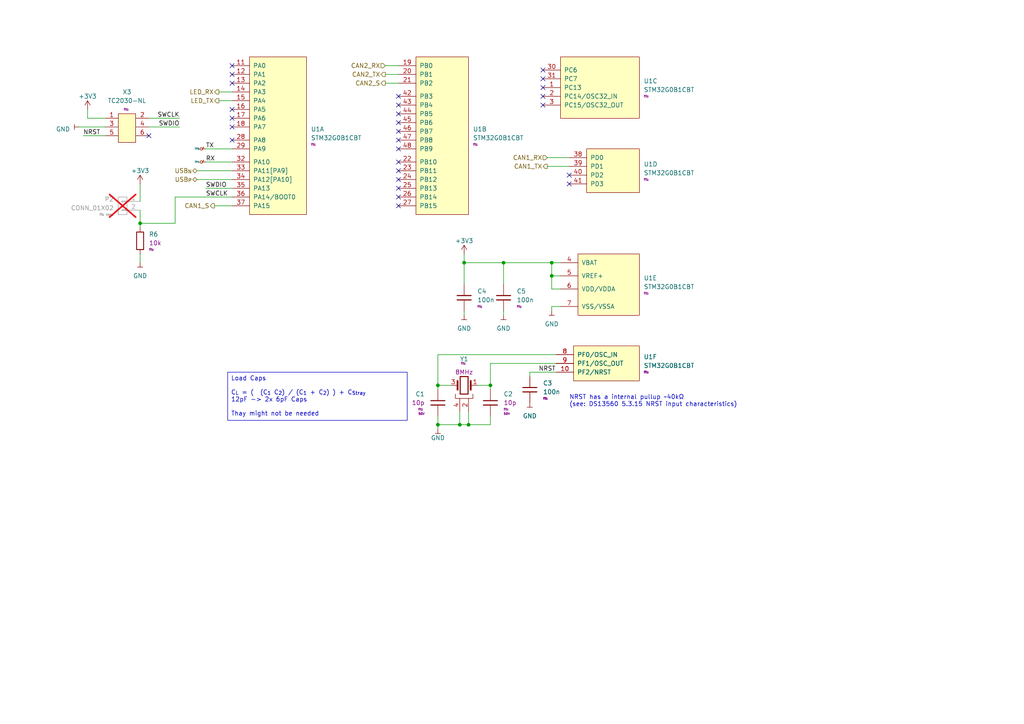
<source format=kicad_sch>
(kicad_sch (version 20250114) (generator "eeschema") (generator_version "9.0")
  (paper "A4")
  (title_block (title "MCU") (date "2023-06-16") (rev "R${release}") (company "${company}") (comment 1 "${release_state}") (comment 2 "${prefix}-S${type_number}-R${release}-V${sch_variant}-C${sch_ci}") (comment 3 "hardware/${prefix}-S${type_number}_${short_desciption}"))
  (lib_symbols
    (symbol "Cap_5Percent_E24_0603_C0G_50V_-40C-125C:6p2_0603_C0G_5%_50V_-40C..125C_Chip-Capacitor" (pin_numbers (hide yes)) (pin_names (offset 0.254))
      (property "Reference" "C" (at 0.635 2.54 0))
      (property "DisplayValue" "6p2" (at 0.635 -2.54 0))
      (property "Fit" "fit: " (at 7.62 -3.81 0))
      (property "CapRatedVoltage" "50V" (at 0 0 0))
      (symbol "6p2_0603_C0G_5%_50V_-40C..125C_Chip-Capacitor_0_1"
        (polyline (pts (xy -2.032 0.635) (xy 2.032 0.635)) (stroke (width 0.3048)))
        (polyline (pts (xy -2.032 -0.635) (xy 2.032 -0.635)) (stroke (width 0.3048)))
      )
      (symbol "6p2_0603_C0G_5%_50V_-40C..125C_Chip-Capacitor_1_1"
        (pin passive line (at 0 3.81 270) (length 3.2004) (name "~") (number "1"))
        (pin passive line (at 0 -3.81 90) (length 2.9972) (name "~") (number "2"))
      )
    )
    (symbol "Res_1Percent_E24_0603_100mW_-40C-90C:10k_0603_100mW_1%_E24_Chip-Resistor" (pin_numbers (hide yes)) (pin_names (offset 0))
      (property "Reference" "R" (at 2.032 0 90))
      (property "DisplayValue" "10k" (at -0.0254 -0.0508 90))
      (property "Fit" "fit: " (at 7.62 -3.81 0))
      (symbol "10k_0603_100mW_1%_E24_Chip-Resistor_0_1"
        (rectangle (start -1.016 -2.54) (end 1.016 2.54) (stroke (width 0.254)))
      )
      (symbol "10k_0603_100mW_1%_E24_Chip-Resistor_1_1"
        (pin passive line (at 0 3.81 270) (length 1.27) (name "~") (number "1"))
        (pin passive line (at 0 -3.81 90) (length 1.27) (name "~") (number "2"))
      )
    )
    (symbol "ST:STM32G0B1CBT" (pin_names (offset 1.016))
      (property "Reference" "U" (at 3.81 10.16 0))
      (property "Value" "STM32G0B1CBT" (at 0 -25.4 0))
      (property "Fit" "fit: " (at 6.35 10.16 0))
      (symbol "STM32G0B1CBT_1_1"
        (rectangle (start -8.89 24.13) (end 7.62 -21.59) (fill (type background)))
        (pin bidirectional line (at -13.97 21.59 0) (length 5.08) (name "PA0") (number "11"))
        (pin bidirectional line (at -13.97 19.05 0) (length 5.08) (name "PA1") (number "12"))
        (pin bidirectional line (at -13.97 16.51 0) (length 5.08) (name "PA2") (number "13"))
        (pin bidirectional line (at -13.97 13.97 0) (length 5.08) (name "PA3") (number "14"))
        (pin bidirectional line (at -13.97 11.43 0) (length 5.08) (name "PA4") (number "15"))
        (pin bidirectional line (at -13.97 8.89 0) (length 5.08) (name "PA5") (number "16"))
        (pin bidirectional line (at -13.97 6.35 0) (length 5.08) (name "PA6") (number "17"))
        (pin bidirectional line (at -13.97 3.81 0) (length 5.08) (name "PA7") (number "18"))
        (pin bidirectional line (at -13.97 0 0) (length 5.08) (name "PA8") (number "28"))
        (pin bidirectional line (at -13.97 -2.54 0) (length 5.08) (name "PA9") (number "29"))
        (pin bidirectional line (at -13.97 -6.35 0) (length 5.08) (name "PA10") (number "32"))
        (pin bidirectional line (at -13.97 -8.89 0) (length 5.08) (name "PA11[PA9]") (number "33"))
        (pin bidirectional line (at -13.97 -11.43 0) (length 5.08) (name "PA12[PA10]") (number "34"))
        (pin bidirectional line (at -13.97 -13.97 0) (length 5.08) (name "PA13") (number "35"))
        (pin bidirectional line (at -13.97 -16.51 0) (length 5.08) (name "PA14/BOOT0") (number "36"))
        (pin bidirectional line (at -13.97 -19.05 0) (length 5.08) (name "PA15") (number "37"))
      )
      (symbol "STM32G0B1CBT_2_1"
        (rectangle (start -7.62 22.86) (end 7.62 -22.86) (fill (type background)))
        (pin bidirectional line (at -12.7 20.32 0) (length 5.08) (name "PB0") (number "19"))
        (pin bidirectional line (at -12.7 17.78 0) (length 5.08) (name "PB1") (number "20"))
        (pin bidirectional line (at -12.7 15.24 0) (length 5.08) (name "PB2") (number "21"))
        (pin bidirectional line (at -12.7 11.43 0) (length 5.08) (name "PB3") (number "42"))
        (pin bidirectional line (at -12.7 8.89 0) (length 5.08) (name "PB4") (number "43"))
        (pin bidirectional line (at -12.7 6.35 0) (length 5.08) (name "PB5") (number "44"))
        (pin bidirectional line (at -12.7 3.81 0) (length 5.08) (name "PB6") (number "45"))
        (pin bidirectional line (at -12.7 1.27 0) (length 5.08) (name "PB7") (number "46"))
        (pin bidirectional line (at -12.7 -1.27 0) (length 5.08) (name "PB8") (number "47"))
        (pin bidirectional line (at -12.7 -3.81 0) (length 5.08) (name "PB9") (number "48"))
        (pin bidirectional line (at -12.7 -7.62 0) (length 5.08) (name "PB10") (number "22"))
        (pin bidirectional line (at -12.7 -10.16 0) (length 5.08) (name "PB11") (number "23"))
        (pin bidirectional line (at -12.7 -12.7 0) (length 5.08) (name "PB12") (number "24"))
        (pin bidirectional line (at -12.7 -15.24 0) (length 5.08) (name "PB13") (number "25"))
        (pin bidirectional line (at -12.7 -17.78 0) (length 5.08) (name "PB14") (number "26"))
        (pin bidirectional line (at -12.7 -20.32 0) (length 5.08) (name "PB15") (number "27"))
      )
      (symbol "STM32G0B1CBT_3_1"
        (rectangle (start -11.43 8.89) (end 11.43 -8.89) (fill (type background)))
        (pin bidirectional line (at -16.51 5.08 0) (length 5.08) (name "PC6") (number "30"))
        (pin bidirectional line (at -16.51 2.54 0) (length 5.08) (name "PC7") (number "31"))
        (pin bidirectional line (at -16.51 0 0) (length 5.08) (name "PC13") (number "1"))
        (pin bidirectional line (at -16.51 -2.54 0) (length 5.08) (name "PC14/OSC32_IN") (number "2"))
        (pin bidirectional line (at -16.51 -5.08 0) (length 5.08) (name "PC15/OSC32_OUT") (number "3"))
      )
      (symbol "STM32G0B1CBT_4_1"
        (rectangle (start -7.62 6.35) (end 7.62 -6.35) (fill (type background)))
        (pin bidirectional line (at -12.7 3.81 0) (length 5.08) (name "PD0") (number "38"))
        (pin bidirectional line (at -12.7 1.27 0) (length 5.08) (name "PD1") (number "39"))
        (pin bidirectional line (at -12.7 -1.27 0) (length 5.08) (name "PD2") (number "40"))
        (pin bidirectional line (at -12.7 -3.81 0) (length 5.08) (name "PD3") (number "41"))
      )
      (symbol "STM32G0B1CBT_5_1"
        (rectangle (start -8.89 8.89) (end 8.89 -8.89) (fill (type background)))
        (pin power_in line (at -13.97 6.35 0) (length 5.08) (name "VBAT") (number "4"))
        (pin power_in line (at -13.97 2.54 0) (length 5.08) (name "VREF+") (number "5"))
        (pin power_in line (at -13.97 -1.27 0) (length 5.08) (name "VDD/VDDA") (number "6"))
        (pin power_in line (at -13.97 -6.35 0) (length 5.08) (name "VSS/VSSA") (number "7"))
      )
      (symbol "STM32G0B1CBT_6_1"
        (rectangle (start -10.16 5.08) (end 8.89 -5.08) (fill (type background)))
        (pin bidirectional line (at -15.24 2.54 0) (length 5.08) (name "PF0/OSC_IN") (number "8"))
        (pin bidirectional line (at -15.24 0 0) (length 5.08) (name "PF1/OSC_OUT") (number "9"))
        (pin bidirectional line (at -15.24 -2.54 0) (length 5.08) (name "PF2/NRST") (number "10"))
      )
    )
    (symbol "generic-connectors:CONN_01X02" (pin_names (offset 1.016) (hide yes))
      (property "Reference" "P" (at 0 5.08 0))
      (property "Value" "CONN_01X02" (at 2.54 0 90))
      (property "Fit" "fit: " (at 7.62 -3.81 0))
      (symbol "CONN_01X02_0_1"
        (rectangle (start -1.27 3.81) (end 1.27 -1.27))
        (rectangle (start -1.27 2.667) (end 0.254 2.413))
        (rectangle (start -1.27 0.127) (end 0.254 -0.127))
      )
      (symbol "CONN_01X02_1_1"
        (pin passive line (at -5.08 2.54 0) (length 3.81) (name "P1") (number "1"))
        (pin passive line (at -5.08 0 0) (length 3.81) (name "P2") (number "2"))
      )
    )
    (symbol "generic-connectors:TP1.0mm" (pin_names (offset 1.016))
      (property "Reference" "TP" (at 1.27 2.54 0))
      (symbol "TP1.0mm_0_1"
        (circle (center 1.27 0) (radius 0.381) (fill (type background)))
      )
      (symbol "TP1.0mm_1_1"
        (pin passive line (at 0 0 0) (length 1.27) (name "~") (number "1"))
      )
    )
    (symbol "multicomp:100n" (pin_numbers (hide yes)) (pin_names (offset 0.254))
      (property "Reference" "C" (at 0.635 2.54 0))
      (property "Value" "100n" (at 0.635 -2.54 0))
      (property "Fit" "fit: " (at 7.62 -3.81 0))
      (symbol "100n_0_1"
        (polyline (pts (xy -2.032 0.635) (xy 2.032 0.635)) (stroke (width 0.3048)))
        (polyline (pts (xy -2.032 -0.635) (xy 2.032 -0.635)) (stroke (width 0.3048)))
      )
      (symbol "100n_1_1"
        (pin passive line (at 0 3.81 270) (length 3.2004) (name "~") (number "1"))
        (pin passive line (at 0 -3.81 90) (length 2.9972) (name "~") (number "2"))
      )
    )
    (symbol "powerport:+3V3" (power) (pin_names (offset 0))
      (property "Value" "+3V3" (at 0 3.556 0))
      (symbol "+3V3_0_1"
        (polyline (pts (xy -0.762 1.27) (xy 0 2.54)))
        (polyline (pts (xy 0 2.54) (xy 0.762 1.27)))
        (polyline (pts (xy 0 0) (xy 0 2.54)))
      )
      (symbol "+3V3_1_1"
        (pin power_in line (at 0 0 90) (length 0) (hide yes) (name "+3V3") (number "1"))
      )
    )
    (symbol "powerport:GND" (power) (pin_names (offset 0))
      (property "Value" "GND" (at 0 -2.54 0))
      (symbol "GND_0_1"
        (polyline (pts (xy -0.762 -1.27) (xy 0.762 -1.27)))
        (polyline (pts (xy 0 0) (xy 0 -1.27)))
      )
      (symbol "GND_1_1"
        (pin power_in line (at 0 0 270) (length 0) (hide yes) (name "GND") (number "1"))
      )
    )
    (symbol "tag-connect:TC2030-NL" (pin_names (offset 1.016) (hide yes)) (in_bom no)
      (property "Reference" "X" (at 0 -5.715 0))
      (property "Value" "TC2030-NL" (at 3.81 -15.24 0))
      (property "Fit" "fit: " (at 5.08 -5.08 0))
      (symbol "TC2030-NL_0_1"
        (rectangle (start -2.54 3.81) (end 2.54 -4.445) (fill (type background)))
      )
      (symbol "TC2030-NL_1_1"
        (pin passive line (at -6.35 2.54 0) (length 3.81) (name "P1") (number "1"))
        (pin passive line (at -6.35 0 0) (length 3.81) (name "P3") (number "3"))
        (pin passive line (at -6.35 -2.54 0) (length 3.81) (name "P4") (number "5"))
        (pin passive line (at 6.35 2.54 180) (length 3.81) (name "P2") (number "2"))
        (pin passive line (at 6.35 0 180) (length 3.81) (name "P4") (number "4"))
        (pin passive line (at 6.35 -2.54 180) (length 3.81) (name "P4") (number "6"))
      )
    )
    (symbol "wuerth:830108313809" (pin_names (offset 1.016) (hide yes))
      (property "Reference" "Y" (at 1.27 3.81 0))
      (property "Fit" "fit: " (at 7.62 -3.81 0))
      (property "DisplayName" "8MHz" (at 0 0 0))
      (symbol "830108313809_0_1"
        (polyline (pts (xy -2.54 2.54) (xy -3.81 2.54) (xy -3.81 -2.54) (xy -2.54 -2.54)))
        (rectangle (start -2.54 -1.143) (end 2.54 1.143) (stroke (width 0.3048)))
        (polyline (pts (xy 0 2.54) (xy 0 1.905)))
        (polyline (pts (xy 0 -2.54) (xy 0 -1.905)))
        (polyline (pts (xy 1.27 1.905) (xy -1.27 1.905)) (stroke (width 0.508)))
        (polyline (pts (xy 1.27 -1.905) (xy -1.27 -1.905)) (stroke (width 0.508)))
      )
      (symbol "830108313809_1_1"
        (pin passive line (at -7.62 1.27 0) (length 3.81) (name "GND") (number "2"))
        (pin passive line (at -7.62 -1.27 0) (length 3.81) (name "GND") (number "4"))
        (pin passive line (at 0 3.81 270) (length 1.27) (name "C_{1}") (number "1"))
        (pin passive line (at 0 -3.81 90) (length 1.27) (name "C_{2}") (number "3"))
      )
    )
  )
  (text "NRST has a internal pullup ~40kΩ\n(see: DS13560 5.3.15 NRST input characteristics)" (at 165.1 118.11 0) (effects (font (size 1.27 1.27)) (justify left bottom)))
  (text_box "Load Caps\n\nC_{L} = (  (C_{1} C_{2}) / (C_{1} + C_{2}) ) + C_{Stray}\n12pF -> 2x 6pF Caps\n\nThay might not be needed" (at 66.04 107.95 0) (size 52.07 13.97) (margins 0.9525 0.9525 0.9525 0.9525) (effects (font (size 1.27 1.27)) (justify left top)))
  (junction (at 40.64 64.77))
  (junction (at 160.02 80.01))
  (junction (at 127 111.76))
  (junction (at 142.24 111.76))
  (junction (at 160.02 76.2))
  (junction (at 134.62 76.2))
  (junction (at 127 123.19))
  (junction (at 133.35 123.19))
  (junction (at 135.89 123.19))
  (junction (at 146.05 76.2))
  (no_connect (at 157.48 27.94))
  (no_connect (at 115.57 57.15))
  (no_connect (at 67.31 40.64))
  (no_connect (at 157.48 22.86))
  (no_connect (at 115.57 38.1))
  (no_connect (at 165.1 53.34))
  (no_connect (at 165.1 50.8))
  (no_connect (at 115.57 43.18))
  (no_connect (at 115.57 49.53))
  (no_connect (at 157.48 25.4))
  (no_connect (at 115.57 27.94))
  (no_connect (at 67.31 19.05))
  (no_connect (at 67.31 34.29))
  (no_connect (at 115.57 35.56))
  (no_connect (at 157.48 20.32))
  (no_connect (at 115.57 33.02))
  (no_connect (at 115.57 54.61))
  (no_connect (at 115.57 40.64))
  (no_connect (at 115.57 30.48))
  (no_connect (at 67.31 24.13))
  (no_connect (at 67.31 31.75))
  (no_connect (at 115.57 59.69))
  (no_connect (at 67.31 21.59))
  (no_connect (at 67.31 36.83))
  (no_connect (at 115.57 46.99))
  (no_connect (at 43.18 39.37))
  (no_connect (at 115.57 52.07))
  (no_connect (at 157.48 30.48))
  (wire (pts (xy 142.24 123.19) (xy 142.24 120.65)))
  (wire (pts (xy 153.67 107.95) (xy 161.29 107.95)))
  (wire (pts (xy 63.5 26.67) (xy 67.31 26.67)))
  (wire (pts (xy 24.13 39.37) (xy 30.48 39.37)))
  (wire (pts (xy 25.4 31.75) (xy 25.4 34.29)))
  (wire (pts (xy 142.24 111.76) (xy 142.24 113.03)))
  (wire (pts (xy 22.86 36.83) (xy 30.48 36.83)))
  (wire (pts (xy 111.76 19.05) (xy 115.57 19.05)))
  (wire (pts (xy 162.56 83.82) (xy 160.02 83.82)))
  (wire (pts (xy 25.4 34.29) (xy 30.48 34.29)))
  (wire (pts (xy 40.64 64.77) (xy 50.8 64.77)))
  (wire (pts (xy 62.23 59.69) (xy 67.31 59.69)))
  (wire (pts (xy 40.64 73.66) (xy 40.64 76.2)))
  (wire (pts (xy 63.5 29.21) (xy 67.31 29.21)))
  (wire (pts (xy 133.35 123.19) (xy 135.89 123.19)))
  (wire (pts (xy 127 111.76) (xy 127 113.03)))
  (wire (pts (xy 134.62 76.2) (xy 134.62 82.55)))
  (wire (pts (xy 158.75 45.72) (xy 165.1 45.72)))
  (wire (pts (xy 153.67 107.95) (xy 153.67 109.22)))
  (wire (pts (xy 133.35 119.38) (xy 133.35 123.19)))
  (wire (pts (xy 50.8 64.77) (xy 50.8 57.15)))
  (wire (pts (xy 135.89 123.19) (xy 142.24 123.19)))
  (wire (pts (xy 127 123.19) (xy 127 124.46)))
  (wire (pts (xy 160.02 88.9) (xy 162.56 88.9)))
  (wire (pts (xy 40.64 64.77) (xy 40.64 66.04)))
  (wire (pts (xy 59.69 54.61) (xy 67.31 54.61)))
  (wire (pts (xy 160.02 80.01) (xy 162.56 80.01)))
  (wire (pts (xy 50.8 57.15) (xy 67.31 57.15)))
  (wire (pts (xy 127 102.87) (xy 161.29 102.87)))
  (wire (pts (xy 146.05 76.2) (xy 160.02 76.2)))
  (wire (pts (xy 127 111.76) (xy 127 102.87)))
  (wire (pts (xy 127 123.19) (xy 133.35 123.19)))
  (wire (pts (xy 134.62 73.66) (xy 134.62 76.2)))
  (wire (pts (xy 142.24 105.41) (xy 161.29 105.41)))
  (wire (pts (xy 40.64 53.34) (xy 40.64 58.42)))
  (wire (pts (xy 160.02 83.82) (xy 160.02 80.01)))
  (wire (pts (xy 142.24 105.41) (xy 142.24 111.76)))
  (wire (pts (xy 138.43 111.76) (xy 142.24 111.76)))
  (wire (pts (xy 160.02 76.2) (xy 162.56 76.2)))
  (wire (pts (xy 59.69 43.18) (xy 67.31 43.18)))
  (wire (pts (xy 57.15 49.53) (xy 67.31 49.53)))
  (wire (pts (xy 158.75 48.26) (xy 165.1 48.26)))
  (wire (pts (xy 160.02 90.17) (xy 160.02 88.9)))
  (wire (pts (xy 146.05 76.2) (xy 146.05 82.55)))
  (wire (pts (xy 134.62 76.2) (xy 146.05 76.2)))
  (wire (pts (xy 40.64 60.96) (xy 40.64 64.77)))
  (wire (pts (xy 135.89 119.38) (xy 135.89 123.19)))
  (wire (pts (xy 111.76 21.59) (xy 115.57 21.59)))
  (wire (pts (xy 59.69 46.99) (xy 67.31 46.99)))
  (wire (pts (xy 43.18 36.83) (xy 52.07 36.83)))
  (wire (pts (xy 127 120.65) (xy 127 123.19)))
  (wire (pts (xy 130.81 111.76) (xy 127 111.76)))
  (wire (pts (xy 43.18 34.29) (xy 52.07 34.29)))
  (wire (pts (xy 160.02 80.01) (xy 160.02 76.2)))
  (wire (pts (xy 57.15 52.07) (xy 67.31 52.07)))
  (wire (pts (xy 111.76 24.13) (xy 115.57 24.13)))
  (wire (pts (xy 146.05 90.17) (xy 146.05 91.44)))
  (wire (pts (xy 134.62 90.17) (xy 134.62 91.44)))
  (label "TX" (at 59.69 43.18 0))
  (label "SWCLK" (at 59.69 57.15 0))
  (label "SWCLK" (at 52.07 34.29 180))
  (label "RX" (at 59.69 46.99 0))
  (label "NRST" (at 156.21 107.95 0))
  (label "NRST" (at 24.13 39.37 0))
  (label "SWDIO" (at 59.69 54.61 0))
  (label "SWDIO" (at 52.07 36.83 180))
  (hierarchical_label "USB_{N}" (shape bidirectional) (at 57.15 49.53 180))
  (hierarchical_label "CAN1_S" (shape output) (at 62.23 59.69 180))
  (hierarchical_label "LED_TX" (shape output) (at 63.5 29.21 180))
  (hierarchical_label "CAN2_S" (shape output) (at 111.76 24.13 180))
  (hierarchical_label "CAN1_RX" (shape input) (at 158.75 45.72 180))
  (hierarchical_label "CAN2_RX" (shape input) (at 111.76 19.05 180))
  (hierarchical_label "LED_RX" (shape output) (at 63.5 26.67 180))
  (hierarchical_label "CAN1_TX" (shape output) (at 158.75 48.26 180))
  (hierarchical_label "USB_{P}" (shape bidirectional) (at 57.15 52.07 180))
  (hierarchical_label "CAN2_TX" (shape output) (at 111.76 21.59 180))
  (symbol (lib_id "powerport:GND") (at 134.62 91.44 0) (unit 1)
    (property "Reference" "#PWR022" (effects (hide yes)))
    (property "Value" "GND" (at 134.62 95.25 0))
  )
  (symbol (lib_id "ST:STM32G0B1CBT") (at 173.99 25.4 0) (unit 3)
    (property "Reference" "U1" (at 186.69 23.495 0) (effects (justify left)))
    (property "Value" "STM32G0B1CBT" (at 186.69 26.035 0) (effects (justify left)))
    (property "Footprint" "QFP:LQFP-48_7mmx7mm_Pitch0.5mm" (effects (hide yes)))
    (property "Datasheet" "$PTX_DATASHEETS/datasheets/Microcontroller/STW_stm32g0b1re.pdf" (effects (hide yes)))
    (property "Datasheet2" "$PTX_DATASHEETS/datasheets/Microcontroller/STW_stm32g0b1re_reference_maual.pdf" (effects (hide yes)))
    (property "Manufacturer" "ST" (effects (hide yes)))
    (property "MPN" "STM32G0B1CBT" (effects (hide yes)))
    (property "Fit" "fit: " (at 186.69 27.94 0) (effects (font (size 0.635 0.635)) (justify left)))
    (property "State" "reviewed" (effects (hide yes)))
    (property "Package" "LQFP48" (effects (hide yes)))
  )
  (symbol (lib_id "Cap_5Percent_E24_0603_C0G_50V_-40C-125C:6p2_0603_C0G_5%_50V_-40C..125C_Chip-Capacitor") (at 142.24 116.84 180) (unit 1)
    (property "Reference" "C2" (at 146.05 114.2873 0) (effects (justify right)))
    (property "Value" "10p" (effects (hide yes)))
    (property "Footprint" "Capacitor_SMD:C_0402_1005Metric_Pad0.74x0.62mm_HandSolder" (effects (hide yes)))
    (property "MPN" "any" (effects (hide yes)))
    (property "Manufacturer" "any" (effects (hide yes)))
    (property "DisplayValue" "10p" (at 146.05 116.8273 0) (effects (justify right)))
    (property "Fit" "fit: " (at 146.05 118.7323 0) (effects (font (size 0.635 0.635)) (justify right)))
    (property "State" "legacy" (effects (hide yes)))
    (property "CapRatedVoltage" "50V" (at 146.05 120.0023 0) (effects (font (size 0.635 0.635)) (justify right)))
    (property "Package" "0402" (effects (hide yes)))
  )
  (symbol (lib_id "tag-connect:TC2030-NL") (at 36.83 36.83 0) (unit 1)
    (property "Reference" "X3" (at 36.83 26.67 0))
    (property "Value" "TC2030-NL" (at 36.83 29.21 0))
    (property "Footprint" "Connector_Tag-Connect:TC2030-NL" (effects (hide yes)))
    (property "Datasheet" "$PTX_DATASHEETS/datasheets/Connectors/Tag-Connect_TC2030-IDC-NL-Datasheet-Rev-B.pdf" (effects (hide yes)))
    (property "Manufacturer" "Tag-Connect" (effects (hide yes)))
    (property "MPN" "TC2030-NL" (effects (hide yes)))
    (property "Fit" "fit: " (at 36.83 31.75 0) (effects (font (size 0.635 0.635))))
    (property "State" "reviewed" (effects (hide yes)))
    (property "Package" "mfg-specific 6-pin" (effects (hide yes)))
  )
  (symbol (lib_id "generic-connectors:TP1.0mm") (at 59.69 43.18 180) (unit 1)
    (property "Reference" "TP5" (at 57.15 43.18 0) (effects (font (size 0.508 0.508))))
    (property "Value" "TP1.0mm" (effects (hide yes)))
    (property "Footprint" "Connector_generic:TP1.0mm" (effects (hide yes)))
    (property "Manufacturer" "any" (effects (hide yes)))
    (property "MPN" "any" (effects (hide yes)))
    (property "State" "reviewed" (effects (hide yes)))
    (property "Fit" "fit: " (effects (hide yes)))
    (property "Package" "SMT TP" (effects (hide yes)))
  )
  (symbol (lib_id "ST:STM32G0B1CBT") (at 177.8 49.53 0) (unit 4)
    (property "Reference" "U1" (at 186.69 47.625 0) (effects (justify left)))
    (property "Value" "STM32G0B1CBT" (at 186.69 50.165 0) (effects (justify left)))
    (property "Footprint" "QFP:LQFP-48_7mmx7mm_Pitch0.5mm" (effects (hide yes)))
    (property "Datasheet" "$PTX_DATASHEETS/datasheets/Microcontroller/STW_stm32g0b1re.pdf" (effects (hide yes)))
    (property "Datasheet2" "$PTX_DATASHEETS/datasheets/Microcontroller/STW_stm32g0b1re_reference_maual.pdf" (effects (hide yes)))
    (property "Manufacturer" "ST" (effects (hide yes)))
    (property "MPN" "STM32G0B1CBT" (effects (hide yes)))
    (property "Fit" "fit: " (at 186.69 52.07 0) (effects (font (size 0.635 0.635)) (justify left)))
    (property "State" "reviewed" (effects (hide yes)))
    (property "Package" "LQFP48" (effects (hide yes)))
  )
  (symbol (lib_id "powerport:GND") (at 153.67 116.84 0) (unit 1)
    (property "Reference" "#PWR020" (effects (hide yes)))
    (property "Value" "GND" (at 153.67 120.65 0))
  )
  (symbol (lib_id "generic-connectors:CONN_01X02") (at 35.56 60.96 0) (mirror y) (unit 1) (dnp yes)
    (property "Reference" "P2" (at 33.02 57.785 0) (effects (justify left)))
    (property "Value" "CONN_01X02" (at 33.02 60.325 0) (effects (justify left)))
    (property "Footprint" "Connector_generic:Header_1x2_Pitch2.54mm" (effects (hide yes)))
    (property "Manufacturer" "generic" (effects (hide yes)))
    (property "MPN" "generic" (effects (hide yes)))
    (property "Fit" "fit: none" (at 33.02 62.23 0) (effects (font (size 0.635 0.635)) (justify left)))
    (property "State" "legacy" (effects (hide yes)))
    (property "Package" "THT 2.54mm 1x2-pin" (effects (hide yes)))
  )
  (symbol (lib_id "powerport:GND") (at 146.05 91.44 0) (unit 1)
    (property "Reference" "#PWR023" (effects (hide yes)))
    (property "Value" "GND" (at 146.05 95.25 0))
  )
  (symbol (lib_id "powerport:+3V3") (at 134.62 73.66 0) (unit 1)
    (property "Reference" "#PWR021" (effects (hide yes)))
    (property "Value" "+3V3" (at 134.62 69.85 0))
  )
  (symbol (lib_id "powerport:+3V3") (at 25.4 31.75 0) (unit 1)
    (property "Reference" "#PWR016" (effects (hide yes)))
    (property "Value" "+3V3" (at 25.4 27.94 0))
  )
  (symbol (lib_id "powerport:GND") (at 22.86 36.83 270) (unit 1)
    (property "Reference" "#PWR015" (effects (hide yes)))
    (property "Value" "GND" (at 20.32 37.465 90) (effects (justify right)))
  )
  (symbol (lib_id "ST:STM32G0B1CBT") (at 176.53 105.41 0) (unit 6)
    (property "Reference" "U1" (at 186.69 103.505 0) (effects (justify left)))
    (property "Value" "STM32G0B1CBT" (at 186.69 106.045 0) (effects (justify left)))
    (property "Footprint" "QFP:LQFP-48_7mmx7mm_Pitch0.5mm" (effects (hide yes)))
    (property "Datasheet" "$PTX_DATASHEETS/datasheets/Microcontroller/STW_stm32g0b1re.pdf" (effects (hide yes)))
    (property "Datasheet2" "$PTX_DATASHEETS/datasheets/Microcontroller/STW_stm32g0b1re_reference_maual.pdf" (effects (hide yes)))
    (property "Manufacturer" "ST" (effects (hide yes)))
    (property "MPN" "STM32G0B1CBT" (effects (hide yes)))
    (property "Fit" "fit: " (at 186.69 107.95 0) (effects (font (size 0.635 0.635)) (justify left)))
    (property "State" "reviewed" (effects (hide yes)))
    (property "Package" "LQFP48" (effects (hide yes)))
  )
  (symbol (lib_id "multicomp:100n") (at 134.62 86.36 0) (unit 1)
    (property "Reference" "C4" (at 138.43 84.4677 0) (effects (justify left)))
    (property "Value" "100n" (at 138.43 87.0077 0) (effects (justify left)))
    (property "Footprint" "Capacitor_SMD:C_0603_1608Metric_Pad1.08x0.95mm_HandSolder" (effects (hide yes)))
    (property "Datasheet" "http://www.farnell.com/datasheets/1901289.pdf" (effects (hide yes)))
    (property "MPN" "MC0603B104K500CT" (effects (hide yes)))
    (property "Manufacturer" "Multicomp" (effects (hide yes)))
    (property "Fit" "fit: " (at 138.43 88.9127 0) (effects (font (size 0.635 0.635)) (justify left)))
    (property "State" "legacy" (effects (hide yes)))
    (property "Package" "0603" (effects (hide yes)))
  )
  (symbol (lib_id "multicomp:100n") (at 146.05 86.36 0) (unit 1)
    (property "Reference" "C5" (at 149.86 84.4677 0) (effects (justify left)))
    (property "Value" "100n" (at 149.86 87.0077 0) (effects (justify left)))
    (property "Footprint" "Capacitor_SMD:C_0603_1608Metric_Pad1.08x0.95mm_HandSolder" (effects (hide yes)))
    (property "Datasheet" "http://www.farnell.com/datasheets/1901289.pdf" (effects (hide yes)))
    (property "MPN" "MC0603B104K500CT" (effects (hide yes)))
    (property "Manufacturer" "Multicomp" (effects (hide yes)))
    (property "Fit" "fit: " (at 149.86 88.9127 0) (effects (font (size 0.635 0.635)) (justify left)))
    (property "State" "legacy" (effects (hide yes)))
    (property "Package" "0402" (effects (hide yes)))
  )
  (symbol (lib_id "Res_1Percent_E24_0603_100mW_-40C-90C:10k_0603_100mW_1%_E24_Chip-Resistor") (at 40.64 69.85 0) (unit 1)
    (property "Reference" "R6" (at 43.18 67.945 0) (effects (justify left)))
    (property "Value" "10K" (effects (hide yes)))
    (property "Footprint" "Resistor_SMD:R_0402_1005Metric_Pad0.72x0.64mm_HandSolder" (effects (hide yes)))
    (property "MPN" "any" (effects (hide yes)))
    (property "Manufacturer" "any" (effects (hide yes)))
    (property "DisplayValue" "10k" (at 43.18 70.485 0) (effects (justify left)))
    (property "Fit" "fit: " (at 43.18 72.39 0) (effects (font (size 0.635 0.635)) (justify left)))
    (property "State" "legacy" (effects (hide yes)))
    (property "Package" "0402" (effects (hide yes)))
  )
  (symbol (lib_id "powerport:GND") (at 160.02 90.17 0) (unit 1)
    (property "Reference" "#PWR024" (effects (hide yes)))
    (property "Value" "GND" (at 160.02 93.98 0))
  )
  (symbol (lib_id "powerport:GND") (at 40.64 76.2 0) (unit 1)
    (property "Reference" "#PWR018" (effects (hide yes)))
    (property "Value" "GND" (at 40.64 80.01 0))
  )
  (symbol (lib_id "powerport:+3V3") (at 40.64 53.34 0) (unit 1)
    (property "Reference" "#PWR017" (effects (hide yes)))
    (property "Value" "+3V3" (at 40.64 49.53 0))
  )
  (symbol (lib_id "generic-connectors:TP1.0mm") (at 59.69 46.99 180) (unit 1)
    (property "Reference" "TP4" (at 57.15 46.99 0) (effects (font (size 0.508 0.508))))
    (property "Value" "TP1.0mm" (effects (hide yes)))
    (property "Footprint" "Connector_generic:TP1.0mm" (effects (hide yes)))
    (property "Manufacturer" "any" (effects (hide yes)))
    (property "MPN" "any" (effects (hide yes)))
    (property "State" "reviewed" (effects (hide yes)))
    (property "Fit" "fit: " (effects (hide yes)))
    (property "Package" "SMT TP" (effects (hide yes)))
  )
  (symbol (lib_id "ST:STM32G0B1CBT") (at 176.53 82.55 0) (unit 5)
    (property "Reference" "U1" (at 186.69 80.645 0) (effects (justify left)))
    (property "Value" "STM32G0B1CBT" (at 186.69 83.185 0) (effects (justify left)))
    (property "Footprint" "QFP:LQFP-48_7mmx7mm_Pitch0.5mm" (effects (hide yes)))
    (property "Datasheet" "$PTX_DATASHEETS/datasheets/Microcontroller/STW_stm32g0b1re.pdf" (effects (hide yes)))
    (property "Datasheet2" "$PTX_DATASHEETS/datasheets/Microcontroller/STW_stm32g0b1re_reference_maual.pdf" (effects (hide yes)))
    (property "Manufacturer" "ST" (effects (hide yes)))
    (property "MPN" "STM32G0B1CBT" (effects (hide yes)))
    (property "Fit" "fit: " (at 186.69 85.09 0) (effects (font (size 0.635 0.635)) (justify left)))
    (property "State" "reviewed" (effects (hide yes)))
    (property "Package" "LQFP48" (effects (hide yes)))
  )
  (symbol (lib_id "wuerth:830108313809") (at 134.62 111.76 270) (mirror x) (unit 1)
    (property "Reference" "Y1" (at 134.62 104.14 90))
    (property "Value" "830108313809" (effects (hide yes)))
    (property "Footprint" "crystal:Crystal_4Pin_SMD_3.2mmx2.5mm" (effects (hide yes)))
    (property "Datasheet" "$PTX_DATASHEETS/datasheets/Crystal/WE_830108313809_8MHz.pdf" (effects (hide yes)))
    (property "Manufacturer" "Würth Elektronik" (effects (hide yes)))
    (property "MPN" "830108313809" (effects (hide yes)))
    (property "Fit" "fit: " (at 134.62 105.41 90) (effects (font (size 0.635 0.635))))
    (property "State" "reviewed" (effects (hide yes)))
    (property "Package" "SMD 4Pin Crystal 3.2mm" (effects (hide yes)))
    (property "DisplayName" "8MHz" (at 134.62 107.95 90))
  )
  (symbol (lib_id "ST:STM32G0B1CBT") (at 128.27 39.37 0) (unit 2)
    (property "Reference" "U1" (at 137.16 37.465 0) (effects (justify left)))
    (property "Value" "STM32G0B1CBT" (at 137.16 40.005 0) (effects (justify left)))
    (property "Footprint" "QFP:LQFP-48_7mmx7mm_Pitch0.5mm" (effects (hide yes)))
    (property "Datasheet" "$PTX_DATASHEETS/datasheets/Microcontroller/STW_stm32g0b1re.pdf" (effects (hide yes)))
    (property "Datasheet2" "$PTX_DATASHEETS/datasheets/Microcontroller/STW_stm32g0b1re_reference_maual.pdf" (effects (hide yes)))
    (property "Manufacturer" "ST" (effects (hide yes)))
    (property "MPN" "STM32G0B1CBT" (effects (hide yes)))
    (property "Fit" "fit: " (at 137.16 41.91 0) (effects (font (size 0.635 0.635)) (justify left)))
    (property "State" "reviewed" (effects (hide yes)))
    (property "Package" "LQFP48" (effects (hide yes)))
  )
  (symbol (lib_id "multicomp:100n") (at 153.67 113.03 0) (unit 1)
    (property "Reference" "C3" (at 157.48 111.1377 0) (effects (justify left)))
    (property "Value" "100n" (at 157.48 113.6777 0) (effects (justify left)))
    (property "Footprint" "Capacitor_SMD:C_0603_1608Metric_Pad1.08x0.95mm_HandSolder" (effects (hide yes)))
    (property "Datasheet" "http://www.farnell.com/datasheets/1901289.pdf" (effects (hide yes)))
    (property "MPN" "MC0603B104K500CT" (effects (hide yes)))
    (property "Manufacturer" "Multicomp" (effects (hide yes)))
    (property "Fit" "fit: " (at 157.48 115.5827 0) (effects (font (size 0.635 0.635)) (justify left)))
    (property "State" "legacy" (effects (hide yes)))
    (property "Package" "0603" (effects (hide yes)))
  )
  (symbol (lib_id "powerport:GND") (at 127 124.46 0) (unit 1)
    (property "Reference" "#PWR019" (effects (hide yes)))
    (property "Value" "GND" (at 127 127 0))
  )
  (symbol (lib_id "Cap_5Percent_E24_0603_C0G_50V_-40C-125C:6p2_0603_C0G_5%_50V_-40C..125C_Chip-Capacitor") (at 127 116.84 180) (unit 1)
    (property "Reference" "C1" (at 123.19 114.2873 0) (effects (justify left)))
    (property "Value" "10p" (effects (hide yes)))
    (property "Footprint" "Capacitor_SMD:C_0402_1005Metric_Pad0.74x0.62mm_HandSolder" (effects (hide yes)))
    (property "MPN" "any" (effects (hide yes)))
    (property "Manufacturer" "any" (effects (hide yes)))
    (property "DisplayValue" "10p" (at 123.19 116.8273 0) (effects (justify left)))
    (property "Fit" "fit: " (at 123.19 118.7323 0) (effects (font (size 0.635 0.635)) (justify left)))
    (property "State" "legacy" (effects (hide yes)))
    (property "CapRatedVoltage" "50V" (at 123.19 120.0023 0) (effects (font (size 0.635 0.635)) (justify left)))
    (property "Package" "0402" (effects (hide yes)))
  )
  (symbol (lib_id "ST:STM32G0B1CBT") (at 81.28 40.64 0) (unit 1)
    (property "Reference" "U1" (at 90.17 37.465 0) (effects (justify left)))
    (property "Value" "STM32G0B1CBT" (at 90.17 40.005 0) (effects (justify left)))
    (property "Footprint" "QFP:LQFP-48_7mmx7mm_Pitch0.5mm" (effects (hide yes)))
    (property "Datasheet" "$PTX_DATASHEETS/datasheets/Microcontroller/STW_stm32g0b1re.pdf" (effects (hide yes)))
    (property "Datasheet2" "$PTX_DATASHEETS/datasheets/Microcontroller/STW_stm32g0b1re_reference_maual.pdf" (effects (hide yes)))
    (property "Manufacturer" "ST" (effects (hide yes)))
    (property "MPN" "STM32G0B1CBT" (effects (hide yes)))
    (property "Fit" "fit: " (at 90.17 41.91 0) (effects (font (size 0.635 0.635)) (justify left)))
    (property "State" "reviewed" (effects (hide yes)))
    (property "Package" "LQFP48" (effects (hide yes)))
  )
)
</source>
